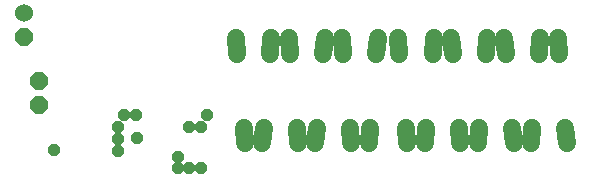
<source format=gbs>
G75*
%MOIN*%
%OFA0B0*%
%FSLAX24Y24*%
%IPPOS*%
%LPD*%
%AMOC8*
5,1,8,0,0,1.08239X$1,22.5*
%
%ADD10OC8,0.0595*%
%ADD11OC8,0.0600*%
%ADD12C,0.0600*%
%ADD13C,0.0600*%
%ADD14OC8,0.0390*%
D10*
X002026Y004065D03*
X002026Y004852D03*
D11*
X001526Y006322D03*
D12*
X001526Y007122D03*
D13*
X008590Y006287D02*
X008635Y005769D01*
X009737Y005769D02*
X009782Y006287D01*
X010361Y006287D02*
X010407Y005769D01*
X011509Y005769D02*
X011554Y006287D01*
X012133Y006287D02*
X012178Y005769D01*
X013280Y005769D02*
X013326Y006287D01*
X014003Y006287D02*
X014048Y005769D01*
X015150Y005769D02*
X015196Y006287D01*
X015775Y006287D02*
X015820Y005769D01*
X016922Y005769D02*
X016967Y006287D01*
X017546Y006287D02*
X017592Y005769D01*
X018694Y005769D02*
X018739Y006287D01*
X019318Y006287D02*
X019363Y005769D01*
X019579Y003298D02*
X019625Y002780D01*
X018432Y002780D02*
X018477Y003298D01*
X017808Y003298D02*
X017853Y002780D01*
X016660Y002780D02*
X016706Y003298D01*
X016036Y003298D02*
X016081Y002780D01*
X014889Y002780D02*
X014934Y003298D01*
X014264Y003298D02*
X014310Y002780D01*
X013019Y002780D02*
X013064Y003298D01*
X012394Y003298D02*
X012440Y002780D01*
X011247Y002780D02*
X011292Y003298D01*
X010623Y003298D02*
X010668Y002780D01*
X009475Y002780D02*
X009521Y003298D01*
X008851Y003298D02*
X008896Y002780D01*
D14*
X004682Y002539D03*
X004682Y002933D03*
X004682Y003327D03*
X005298Y002958D03*
X006650Y002342D03*
X006650Y001949D03*
X007044Y001949D03*
X007438Y001949D03*
X007438Y003327D03*
X007044Y003327D03*
X007635Y003720D03*
X005273Y003720D03*
X004879Y003720D03*
X002542Y002565D03*
M02*

</source>
